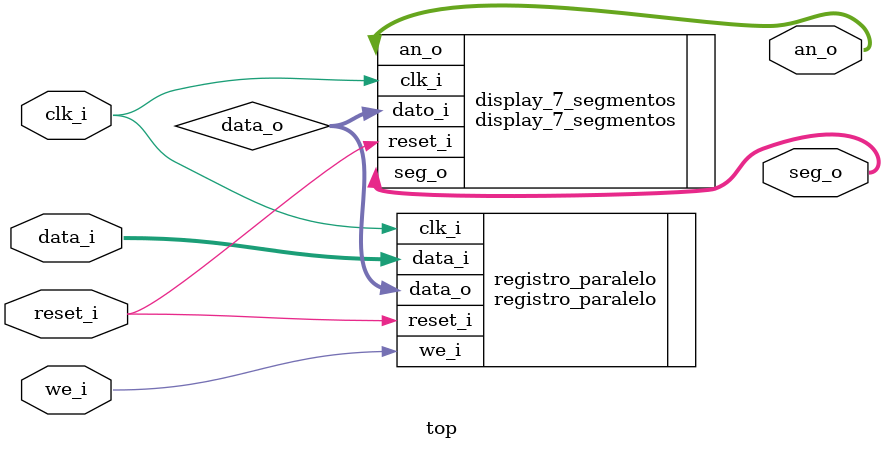
<source format=sv>
`timescale 1ns / 1ps

module top(
    input  logic        clk_i,
    input  logic        reset_i,
    input  logic        we_i,
    input  logic [15:0] data_i, 
    
    output logic [3:0]  an_o,
    output logic [6:0]  seg_o
    );
    
    logic [15:0] data_o;
    
    registro_paralelo registro_paralelo(
    .clk_i(clk_i),  
    .we_i(we_i),    
    .reset_i(reset_i),  
    .data_i(data_i),   
    .data_o(data_o)   
);

    display_7_segmentos display_7_segmentos(
    .clk_i(clk_i),   
    .reset_i(reset_i), 
    .dato_i(data_o),  
    .an_o(an_o),    
    .seg_o(seg_o)   
);

endmodule

</source>
